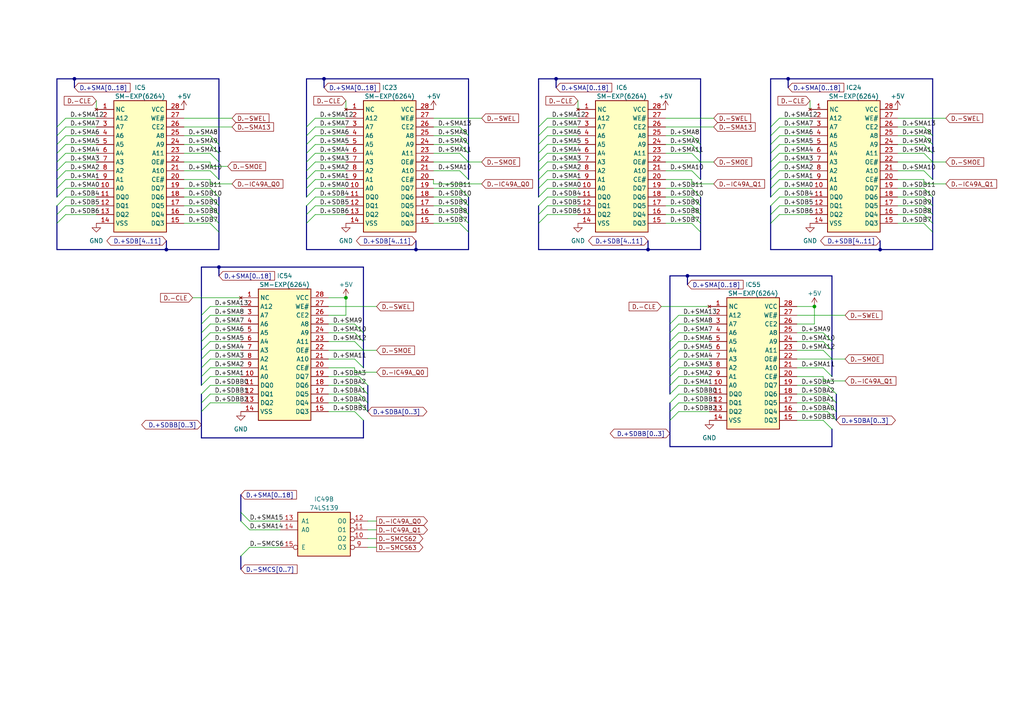
<source format=kicad_sch>
(kicad_sch (version 20230121) (generator eeschema)
  (paper "A4")
  (lib_symbols
    (symbol "74xx:74LS139" (pin_names (offset 1.016))
      (property "Reference" "U" (at -7.62 8.89 0))
      (property "Value" "74LS139" (at -7.62 -8.89 0))
      (symbol "74LS139_1_0"
        (pin input inverted (at -12.7 -5.08 0) (length 5.08) (name "E") (number "1"))
        (pin input line (at -12.7 0 0) (length 5.08) (name "A0") (number "2"))
        (pin input line (at -12.7 2.54 0) (length 5.08) (name "A1") (number "3"))
        (pin output inverted (at 12.7 2.54 180) (length 5.08) (name "O0") (number "4"))
        (pin output inverted (at 12.7 0 180) (length 5.08) (name "O1") (number "5"))
        (pin output inverted (at 12.7 -2.54 180) (length 5.08) (name "O2") (number "6"))
        (pin output inverted (at 12.7 -5.08 180) (length 5.08) (name "O3") (number "7"))
      )
      (symbol "74LS139_1_1"
        (rectangle (start -7.62 5.08) (end 7.62 -7.62) (stroke (width 0.254)) (fill (type background)))
      )
      (symbol "74LS139_2_0"
        (pin output inverted (at 12.7 -2.54 180) (length 5.08) (name "O2") (number "10"))
        (pin output inverted (at 12.7 0 180) (length 5.08) (name "O1") (number "11"))
        (pin output inverted (at 12.7 2.54 180) (length 5.08) (name "O0") (number "12"))
        (pin input line (at -12.7 2.54 0) (length 5.08) (name "A1") (number "13"))
        (pin input line (at -12.7 0 0) (length 5.08) (name "A0") (number "14"))
        (pin input inverted (at -12.7 -5.08 0) (length 5.08) (name "E") (number "15"))
        (pin output inverted (at 12.7 -5.08 180) (length 5.08) (name "O3") (number "9"))
      )
      (symbol "74LS139_2_1"
        (rectangle (start -7.62 5.08) (end 7.62 -7.62) (stroke (width 0.254)) (fill (type background)))
      )
      (symbol "74LS139_3_0"
        (pin power_in line (at 0 12.7 270) (length 5.08) (name "VCC") (number "16"))
        (pin power_in line (at 0 -12.7 90) (length 5.08) (name "GND") (number "8"))
      )
      (symbol "74LS139_3_1"
        (rectangle (start -5.08 7.62) (end 5.08 -7.62) (stroke (width 0.254)) (fill (type background)))
      )
    )
    (symbol "SamacSys_Parts:LY6264DL-70LLI"
      (property "Reference" "IC" (at 21.59 7.62 0))
      (property "Value" "LY6264DL-70LLI" (at 21.59 5.08 0))
      (symbol "LY6264DL-70LLI_1_1"
        (rectangle (start 5.08 2.54) (end 20.32 -35.56) (stroke (width 0.254)) (fill (type background)))
        (pin no_connect line (at 0 0 0) (length 5.08) (name "NC") (number "1"))
        (pin passive line (at 0 -22.86 0) (length 5.08) (name "A0") (number "10"))
        (pin passive line (at 0 -25.4 0) (length 5.08) (name "DQ0") (number "11"))
        (pin passive line (at 0 -27.94 0) (length 5.08) (name "DQ1") (number "12"))
        (pin passive line (at 0 -30.48 0) (length 5.08) (name "DQ2") (number "13"))
        (pin passive line (at 0 -33.02 0) (length 5.08) (name "VSS") (number "14"))
        (pin passive line (at 25.4 -33.02 180) (length 5.08) (name "DQ3") (number "15"))
        (pin passive line (at 25.4 -30.48 180) (length 5.08) (name "DQ4") (number "16"))
        (pin passive line (at 25.4 -27.94 180) (length 5.08) (name "DQ5") (number "17"))
        (pin passive line (at 25.4 -25.4 180) (length 5.08) (name "DQ6") (number "18"))
        (pin passive line (at 25.4 -22.86 180) (length 5.08) (name "DQ7") (number "19"))
        (pin passive line (at 0 -2.54 0) (length 5.08) (name "A12") (number "2"))
        (pin passive line (at 25.4 -20.32 180) (length 5.08) (name "CE#") (number "20"))
        (pin passive line (at 25.4 -17.78 180) (length 5.08) (name "A10") (number "21"))
        (pin passive line (at 25.4 -15.24 180) (length 5.08) (name "OE#") (number "22"))
        (pin passive line (at 25.4 -12.7 180) (length 5.08) (name "A11") (number "23"))
        (pin passive line (at 25.4 -10.16 180) (length 5.08) (name "A9") (number "24"))
        (pin passive line (at 25.4 -7.62 180) (length 5.08) (name "A8") (number "25"))
        (pin passive line (at 25.4 -5.08 180) (length 5.08) (name "CE2") (number "26"))
        (pin passive line (at 25.4 -2.54 180) (length 5.08) (name "WE#") (number "27"))
        (pin passive line (at 25.4 0 180) (length 5.08) (name "VCC") (number "28"))
        (pin passive line (at 0 -5.08 0) (length 5.08) (name "A7") (number "3"))
        (pin passive line (at 0 -7.62 0) (length 5.08) (name "A6") (number "4"))
        (pin passive line (at 0 -10.16 0) (length 5.08) (name "A5") (number "5"))
        (pin passive line (at 0 -12.7 0) (length 5.08) (name "A4") (number "6"))
        (pin passive line (at 0 -15.24 0) (length 5.08) (name "A3") (number "7"))
        (pin passive line (at 0 -17.78 0) (length 5.08) (name "A2") (number "8"))
        (pin passive line (at 0 -20.32 0) (length 5.08) (name "A1") (number "9"))
      )
    )
    (symbol "power:+5V" (power) (pin_names (offset 0))
      (property "Value" "+5V" (at 0 3.556 0))
      (symbol "+5V_0_1"
        (polyline (pts (xy -0.762 1.27) (xy 0 2.54)))
        (polyline (pts (xy 0 0) (xy 0 2.54)))
        (polyline (pts (xy 0 2.54) (xy 0.762 1.27)))
      )
      (symbol "+5V_1_1"
        (pin power_in line (at 0 0 90) (length 0) hide (name "+5V") (number "1"))
      )
    )
    (symbol "power:GND" (power) (pin_names (offset 0))
      (property "Value" "GND" (at 0 -3.81 0))
      (symbol "GND_0_1"
        (polyline (pts (xy 0 0) (xy 0 -1.27) (xy 1.27 -1.27) (xy 0 -2.54) (xy -1.27 -1.27) (xy 0 -1.27)))
      )
      (symbol "GND_1_1"
        (pin power_in line (at 0 0 270) (length 0) hide (name "GND") (number "1"))
      )
    )
  )
  (junction (at 199.39 80.01))
  (junction (at 63.5 77.47))
  (junction (at 187.96 72.39))
  (junction (at 48.26 72.39))
  (junction (at 236.22 88.9))
  (junction (at 120.65 72.39))
  (junction (at 255.27 72.39))
  (junction (at 228.6 22.86))
  (junction (at 21.59 22.86))
  (junction (at 161.29 22.86))
  (junction (at 93.98 22.86))
  (junction (at 100.33 86.36))
  (bus_entry (at 69.85 151.13) (size 2.54 2.54))
  (bus_entry (at 91.44 44.45) (size -2.54 2.54))
  (bus_entry (at 158.75 57.15) (size -2.54 2.54))
  (bus_entry (at 240.03 114.3) (size 2.54 2.54))
  (bus_entry (at 226.06 52.07) (size -2.54 2.54))
  (bus_entry (at 158.75 39.37) (size -2.54 2.54))
  (bus_entry (at 158.75 34.29) (size -2.54 2.54))
  (bus_entry (at 91.44 62.23) (size -2.54 2.54))
  (bus_entry (at 226.06 59.69) (size -2.54 2.54))
  (bus_entry (at 60.96 41.91) (size 2.54 2.54))
  (bus_entry (at 133.35 41.91) (size 2.54 2.54))
  (bus_entry (at 196.85 91.44) (size -2.54 2.54))
  (bus_entry (at 158.75 52.07) (size -2.54 2.54))
  (bus_entry (at 267.97 59.69) (size 2.54 2.54))
  (bus_entry (at 19.05 52.07) (size -2.54 2.54))
  (bus_entry (at 60.96 111.76) (size -2.54 2.54))
  (bus_entry (at 196.85 96.52) (size -2.54 2.54))
  (bus_entry (at 102.87 119.38) (size 2.54 2.54))
  (bus_entry (at 133.35 57.15) (size 2.54 2.54))
  (bus_entry (at 196.85 99.06) (size -2.54 2.54))
  (bus_entry (at 69.85 148.59) (size 2.54 2.54))
  (bus_entry (at 91.44 34.29) (size -2.54 2.54))
  (bus_entry (at 158.75 44.45) (size -2.54 2.54))
  (bus_entry (at 91.44 36.83) (size -2.54 2.54))
  (bus_entry (at 60.96 96.52) (size -2.54 2.54))
  (bus_entry (at 200.66 59.69) (size 2.54 2.54))
  (bus_entry (at 226.06 46.99) (size -2.54 2.54))
  (bus_entry (at 267.97 62.23) (size 2.54 2.54))
  (bus_entry (at 226.06 39.37) (size -2.54 2.54))
  (bus_entry (at 19.05 34.29) (size -2.54 2.54))
  (bus_entry (at 158.75 54.61) (size -2.54 2.54))
  (bus_entry (at 19.05 54.61) (size -2.54 2.54))
  (bus_entry (at 158.75 59.69) (size -2.54 2.54))
  (bus_entry (at 91.44 39.37) (size -2.54 2.54))
  (bus_entry (at 200.66 41.91) (size 2.54 2.54))
  (bus_entry (at 133.35 39.37) (size 2.54 2.54))
  (bus_entry (at 196.85 119.38) (size -2.54 2.54))
  (bus_entry (at 226.06 41.91) (size -2.54 2.54))
  (bus_entry (at 91.44 46.99) (size -2.54 2.54))
  (bus_entry (at 104.14 109.22) (size 2.54 2.54))
  (bus_entry (at 226.06 36.83) (size -2.54 2.54))
  (bus_entry (at 19.05 46.99) (size -2.54 2.54))
  (bus_entry (at 226.06 34.29) (size -2.54 2.54))
  (bus_entry (at 102.87 104.14) (size 2.54 2.54))
  (bus_entry (at 267.97 57.15) (size 2.54 2.54))
  (bus_entry (at 60.96 99.06) (size -2.54 2.54))
  (bus_entry (at 267.97 44.45) (size 2.54 2.54))
  (bus_entry (at 267.97 41.91) (size 2.54 2.54))
  (bus_entry (at 158.75 46.99) (size -2.54 2.54))
  (bus_entry (at 238.76 101.6) (size 2.54 2.54))
  (bus_entry (at 60.96 109.22) (size -2.54 2.54))
  (bus_entry (at 267.97 36.83) (size 2.54 2.54))
  (bus_entry (at 19.05 39.37) (size -2.54 2.54))
  (bus_entry (at 158.75 36.83) (size -2.54 2.54))
  (bus_entry (at 226.06 57.15) (size -2.54 2.54))
  (bus_entry (at 200.66 57.15) (size 2.54 2.54))
  (bus_entry (at 200.66 62.23) (size 2.54 2.54))
  (bus_entry (at 238.76 121.92) (size 2.54 2.54))
  (bus_entry (at 240.03 119.38) (size 2.54 2.54))
  (bus_entry (at 133.35 59.69) (size 2.54 2.54))
  (bus_entry (at 19.05 44.45) (size -2.54 2.54))
  (bus_entry (at 91.44 41.91) (size -2.54 2.54))
  (bus_entry (at 196.85 114.3) (size -2.54 2.54))
  (bus_entry (at 200.66 44.45) (size 2.54 2.54))
  (bus_entry (at 19.05 36.83) (size -2.54 2.54))
  (bus_entry (at 60.96 57.15) (size 2.54 2.54))
  (bus_entry (at 226.06 54.61) (size -2.54 2.54))
  (bus_entry (at 60.96 93.98) (size -2.54 2.54))
  (bus_entry (at 102.87 99.06) (size 2.54 2.54))
  (bus_entry (at 200.66 49.53) (size 2.54 2.54))
  (bus_entry (at 60.96 54.61) (size 2.54 2.54))
  (bus_entry (at 196.85 106.68) (size -2.54 2.54))
  (bus_entry (at 60.96 39.37) (size 2.54 2.54))
  (bus_entry (at 104.14 111.76) (size 2.54 2.54))
  (bus_entry (at 267.97 64.77) (size 2.54 2.54))
  (bus_entry (at 133.35 49.53) (size 2.54 2.54))
  (bus_entry (at 158.75 62.23) (size -2.54 2.54))
  (bus_entry (at 226.06 62.23) (size -2.54 2.54))
  (bus_entry (at 19.05 62.23) (size -2.54 2.54))
  (bus_entry (at 240.03 116.84) (size 2.54 2.54))
  (bus_entry (at 91.44 49.53) (size -2.54 2.54))
  (bus_entry (at 133.35 36.83) (size 2.54 2.54))
  (bus_entry (at 60.96 64.77) (size 2.54 2.54))
  (bus_entry (at 19.05 41.91) (size -2.54 2.54))
  (bus_entry (at 19.05 49.53) (size -2.54 2.54))
  (bus_entry (at 133.35 54.61) (size 2.54 2.54))
  (bus_entry (at 60.96 101.6) (size -2.54 2.54))
  (bus_entry (at 133.35 64.77) (size 2.54 2.54))
  (bus_entry (at 158.75 49.53) (size -2.54 2.54))
  (bus_entry (at 91.44 52.07) (size -2.54 2.54))
  (bus_entry (at 60.96 49.53) (size 2.54 2.54))
  (bus_entry (at 267.97 39.37) (size 2.54 2.54))
  (bus_entry (at 104.14 116.84) (size 2.54 2.54))
  (bus_entry (at 102.87 96.52) (size 2.54 2.54))
  (bus_entry (at 196.85 111.76) (size -2.54 2.54))
  (bus_entry (at 60.96 44.45) (size 2.54 2.54))
  (bus_entry (at 60.96 91.44) (size -2.54 2.54))
  (bus_entry (at 60.96 62.23) (size 2.54 2.54))
  (bus_entry (at 91.44 59.69) (size -2.54 2.54))
  (bus_entry (at 196.85 116.84) (size -2.54 2.54))
  (bus_entry (at 267.97 54.61) (size 2.54 2.54))
  (bus_entry (at 60.96 116.84) (size -2.54 2.54))
  (bus_entry (at 19.05 57.15) (size -2.54 2.54))
  (bus_entry (at 238.76 96.52) (size 2.54 2.54))
  (bus_entry (at 19.05 59.69) (size -2.54 2.54))
  (bus_entry (at 200.66 64.77) (size 2.54 2.54))
  (bus_entry (at 91.44 54.61) (size -2.54 2.54))
  (bus_entry (at 196.85 104.14) (size -2.54 2.54))
  (bus_entry (at 196.85 109.22) (size -2.54 2.54))
  (bus_entry (at 69.85 161.29) (size 2.54 -2.54))
  (bus_entry (at 133.35 44.45) (size 2.54 2.54))
  (bus_entry (at 158.75 41.91) (size -2.54 2.54))
  (bus_entry (at 91.44 57.15) (size -2.54 2.54))
  (bus_entry (at 102.87 93.98) (size 2.54 2.54))
  (bus_entry (at 60.96 106.68) (size -2.54 2.54))
  (bus_entry (at 200.66 39.37) (size 2.54 2.54))
  (bus_entry (at 104.14 114.3) (size 2.54 2.54))
  (bus_entry (at 238.76 99.06) (size 2.54 2.54))
  (bus_entry (at 240.03 111.76) (size 2.54 2.54))
  (bus_entry (at 60.96 88.9) (size -2.54 2.54))
  (bus_entry (at 60.96 104.14) (size -2.54 2.54))
  (bus_entry (at 196.85 101.6) (size -2.54 2.54))
  (bus_entry (at 133.35 62.23) (size 2.54 2.54))
  (bus_entry (at 267.97 49.53) (size 2.54 2.54))
  (bus_entry (at 200.66 54.61) (size 2.54 2.54))
  (bus_entry (at 60.96 59.69) (size 2.54 2.54))
  (bus_entry (at 238.76 106.68) (size 2.54 2.54))
  (bus_entry (at 60.96 114.3) (size -2.54 2.54))
  (bus_entry (at 196.85 93.98) (size -2.54 2.54))
  (bus_entry (at 226.06 49.53) (size -2.54 2.54))
  (bus_entry (at 226.06 44.45) (size -2.54 2.54))
  (bus (pts (xy 199.39 80.01) (xy 199.39 82.55)))
  (wire (pts (xy 72.39 158.75) (xy 81.28 158.75)))
  (bus (pts (xy 58.42 104.14) (xy 58.42 106.68)))
  (bus (pts (xy 156.21 22.86) (xy 161.29 22.86)))
  (bus (pts (xy 58.42 116.84) (xy 58.42 114.3)))
  (bus (pts (xy 194.31 119.38) (xy 194.31 116.84)))
  (bus (pts (xy 242.57 114.3) (xy 242.57 116.84)))
  (wire (pts (xy 95.25 91.44) (xy 100.33 91.44)))
  (wire (pts (xy 196.85 96.52) (xy 205.74 96.52)))
  (bus (pts (xy 194.31 106.68) (xy 194.31 109.22)))
  (wire (pts (xy 60.96 101.6) (xy 69.85 101.6)))
  (wire (pts (xy 207.01 34.29) (xy 193.04 34.29)))
  (wire (pts (xy 196.85 114.3) (xy 205.74 114.3)))
  (bus (pts (xy 48.26 69.85) (xy 48.26 72.39)))
  (wire (pts (xy 19.05 57.15) (xy 27.94 57.15)))
  (bus (pts (xy 16.51 22.86) (xy 21.59 22.86)))
  (wire (pts (xy 196.85 93.98) (xy 205.74 93.98)))
  (wire (pts (xy 125.73 36.83) (xy 133.35 36.83)))
  (wire (pts (xy 196.85 119.38) (xy 205.74 119.38)))
  (wire (pts (xy 19.05 41.91) (xy 27.94 41.91)))
  (wire (pts (xy 260.35 39.37) (xy 267.97 39.37)))
  (bus (pts (xy 135.89 59.69) (xy 135.89 62.23)))
  (wire (pts (xy 193.04 62.23) (xy 200.66 62.23)))
  (wire (pts (xy 72.39 151.13) (xy 81.28 151.13)))
  (bus (pts (xy 255.27 69.85) (xy 255.27 72.39)))
  (wire (pts (xy 207.01 36.83) (xy 193.04 36.83)))
  (bus (pts (xy 58.42 101.6) (xy 58.42 104.14)))
  (bus (pts (xy 16.51 39.37) (xy 16.51 41.91)))
  (bus (pts (xy 63.5 41.91) (xy 63.5 22.86)))
  (bus (pts (xy 16.51 64.77) (xy 16.51 72.39)))
  (bus (pts (xy 135.89 46.99) (xy 135.89 52.07)))
  (bus (pts (xy 105.41 101.6) (xy 105.41 106.68)))
  (bus (pts (xy 135.89 64.77) (xy 135.89 67.31)))
  (bus (pts (xy 135.89 67.31) (xy 135.89 72.39)))
  (bus (pts (xy 156.21 59.69) (xy 156.21 62.23)))
  (wire (pts (xy 109.22 101.6) (xy 105.41 101.6)))
  (wire (pts (xy 125.73 54.61) (xy 133.35 54.61)))
  (bus (pts (xy 228.6 22.86) (xy 228.6 25.4)))
  (bus (pts (xy 105.41 99.06) (xy 105.41 101.6)))
  (wire (pts (xy 125.73 59.69) (xy 133.35 59.69)))
  (bus (pts (xy 16.51 22.86) (xy 16.51 36.83)))
  (wire (pts (xy 53.34 62.23) (xy 60.96 62.23)))
  (bus (pts (xy 63.5 77.47) (xy 105.41 77.47)))
  (wire (pts (xy 238.76 109.22) (xy 231.14 109.22)))
  (wire (pts (xy 60.96 48.26) (xy 66.04 48.26)))
  (wire (pts (xy 231.14 121.92) (xy 238.76 121.92)))
  (wire (pts (xy 226.06 49.53) (xy 234.95 49.53)))
  (bus (pts (xy 203.2 72.39) (xy 187.96 72.39)))
  (wire (pts (xy 125.73 49.53) (xy 133.35 49.53)))
  (wire (pts (xy 67.31 34.29) (xy 53.34 34.29)))
  (wire (pts (xy 91.44 57.15) (xy 100.33 57.15)))
  (wire (pts (xy 226.06 57.15) (xy 234.95 57.15)))
  (bus (pts (xy 105.41 121.92) (xy 105.41 127)))
  (wire (pts (xy 193.04 49.53) (xy 200.66 49.53)))
  (wire (pts (xy 95.25 99.06) (xy 102.87 99.06)))
  (wire (pts (xy 245.11 104.14) (xy 241.3 104.14)))
  (bus (pts (xy 93.98 22.86) (xy 135.89 22.86)))
  (bus (pts (xy 105.41 96.52) (xy 105.41 77.47)))
  (wire (pts (xy 72.39 153.67) (xy 81.28 153.67)))
  (wire (pts (xy 139.7 53.34) (xy 125.73 53.34)))
  (bus (pts (xy 223.52 54.61) (xy 223.52 57.15)))
  (wire (pts (xy 193.04 59.69) (xy 200.66 59.69)))
  (bus (pts (xy 88.9 22.86) (xy 93.98 22.86)))
  (wire (pts (xy 158.75 49.53) (xy 167.64 49.53)))
  (wire (pts (xy 125.73 62.23) (xy 133.35 62.23)))
  (bus (pts (xy 270.51 57.15) (xy 270.51 59.69)))
  (wire (pts (xy 95.25 93.98) (xy 102.87 93.98)))
  (wire (pts (xy 100.33 29.21) (xy 100.33 31.75)))
  (wire (pts (xy 203.2 46.99) (xy 193.04 46.99)))
  (bus (pts (xy 63.5 59.69) (xy 63.5 62.23)))
  (wire (pts (xy 60.96 46.99) (xy 60.96 48.26)))
  (wire (pts (xy 60.96 52.07) (xy 53.34 52.07)))
  (wire (pts (xy 234.95 29.21) (xy 234.95 31.75)))
  (wire (pts (xy 191.77 88.9) (xy 205.74 88.9)))
  (wire (pts (xy 91.44 62.23) (xy 100.33 62.23)))
  (wire (pts (xy 231.14 99.06) (xy 238.76 99.06)))
  (wire (pts (xy 53.34 54.61) (xy 60.96 54.61)))
  (wire (pts (xy 260.35 49.53) (xy 267.97 49.53)))
  (wire (pts (xy 260.35 54.61) (xy 267.97 54.61)))
  (wire (pts (xy 200.66 53.34) (xy 200.66 52.07)))
  (bus (pts (xy 156.21 49.53) (xy 156.21 52.07)))
  (bus (pts (xy 120.65 69.85) (xy 120.65 72.39)))
  (bus (pts (xy 223.52 39.37) (xy 223.52 41.91)))
  (bus (pts (xy 16.51 49.53) (xy 16.51 52.07)))
  (wire (pts (xy 19.05 54.61) (xy 27.94 54.61)))
  (bus (pts (xy 135.89 44.45) (xy 135.89 46.99)))
  (wire (pts (xy 158.75 57.15) (xy 167.64 57.15)))
  (wire (pts (xy 193.04 54.61) (xy 200.66 54.61)))
  (bus (pts (xy 63.5 57.15) (xy 63.5 59.69)))
  (wire (pts (xy 53.34 44.45) (xy 60.96 44.45)))
  (wire (pts (xy 60.96 99.06) (xy 69.85 99.06)))
  (bus (pts (xy 187.96 72.39) (xy 156.21 72.39)))
  (bus (pts (xy 241.3 104.14) (xy 241.3 109.22)))
  (wire (pts (xy 19.05 59.69) (xy 27.94 59.69)))
  (bus (pts (xy 223.52 44.45) (xy 223.52 46.99)))
  (bus (pts (xy 58.42 106.68) (xy 58.42 109.22)))
  (bus (pts (xy 88.9 54.61) (xy 88.9 57.15)))
  (bus (pts (xy 88.9 39.37) (xy 88.9 41.91)))
  (wire (pts (xy 91.44 46.99) (xy 100.33 46.99)))
  (wire (pts (xy 60.96 111.76) (xy 69.85 111.76)))
  (bus (pts (xy 58.42 109.22) (xy 58.42 111.76)))
  (bus (pts (xy 88.9 59.69) (xy 88.9 62.23)))
  (wire (pts (xy 274.32 46.99) (xy 270.51 46.99)))
  (bus (pts (xy 58.42 77.47) (xy 63.5 77.47)))
  (wire (pts (xy 67.31 36.83) (xy 53.34 36.83)))
  (wire (pts (xy 125.73 41.91) (xy 133.35 41.91)))
  (wire (pts (xy 200.66 52.07) (xy 193.04 52.07)))
  (wire (pts (xy 231.14 96.52) (xy 238.76 96.52)))
  (wire (pts (xy 158.75 62.23) (xy 167.64 62.23)))
  (bus (pts (xy 69.85 148.59) (xy 69.85 151.13)))
  (bus (pts (xy 161.29 22.86) (xy 161.29 25.4)))
  (bus (pts (xy 156.21 64.77) (xy 156.21 72.39)))
  (wire (pts (xy 53.34 39.37) (xy 60.96 39.37)))
  (wire (pts (xy 53.34 49.53) (xy 60.96 49.53)))
  (wire (pts (xy 60.96 46.99) (xy 53.34 46.99)))
  (wire (pts (xy 158.75 52.07) (xy 167.64 52.07)))
  (bus (pts (xy 223.52 52.07) (xy 223.52 54.61)))
  (wire (pts (xy 158.75 46.99) (xy 167.64 46.99)))
  (bus (pts (xy 203.2 57.15) (xy 203.2 59.69)))
  (bus (pts (xy 58.42 99.06) (xy 58.42 101.6)))
  (wire (pts (xy 207.01 46.99) (xy 203.2 46.99)))
  (wire (pts (xy 91.44 59.69) (xy 100.33 59.69)))
  (bus (pts (xy 63.5 64.77) (xy 63.5 67.31)))
  (bus (pts (xy 16.51 62.23) (xy 16.51 64.77)))
  (bus (pts (xy 88.9 46.99) (xy 88.9 49.53)))
  (wire (pts (xy 245.11 91.44) (xy 231.14 91.44)))
  (wire (pts (xy 91.44 34.29) (xy 100.33 34.29)))
  (wire (pts (xy 196.85 104.14) (xy 205.74 104.14)))
  (bus (pts (xy 156.21 36.83) (xy 156.21 39.37)))
  (bus (pts (xy 203.2 64.77) (xy 203.2 67.31)))
  (bus (pts (xy 270.51 39.37) (xy 270.51 22.86)))
  (bus (pts (xy 194.31 121.92) (xy 194.31 119.38)))
  (wire (pts (xy 226.06 44.45) (xy 234.95 44.45)))
  (wire (pts (xy 135.89 46.99) (xy 125.73 46.99)))
  (bus (pts (xy 223.52 62.23) (xy 223.52 64.77)))
  (wire (pts (xy 19.05 46.99) (xy 27.94 46.99)))
  (bus (pts (xy 187.96 69.85) (xy 187.96 72.39)))
  (bus (pts (xy 194.31 111.76) (xy 194.31 114.3)))
  (wire (pts (xy 100.33 91.44) (xy 100.33 86.36)))
  (wire (pts (xy 91.44 36.83) (xy 100.33 36.83)))
  (bus (pts (xy 223.52 64.77) (xy 223.52 72.39)))
  (wire (pts (xy 196.85 111.76) (xy 205.74 111.76)))
  (wire (pts (xy 91.44 49.53) (xy 100.33 49.53)))
  (bus (pts (xy 223.52 41.91) (xy 223.52 44.45)))
  (wire (pts (xy 241.3 104.14) (xy 231.14 104.14)))
  (bus (pts (xy 105.41 96.52) (xy 105.41 99.06)))
  (wire (pts (xy 95.25 96.52) (xy 102.87 96.52)))
  (bus (pts (xy 203.2 44.45) (xy 203.2 46.99)))
  (bus (pts (xy 58.42 91.44) (xy 58.42 93.98)))
  (bus (pts (xy 194.31 99.06) (xy 194.31 101.6)))
  (wire (pts (xy 60.96 109.22) (xy 69.85 109.22)))
  (wire (pts (xy 53.34 59.69) (xy 60.96 59.69)))
  (bus (pts (xy 16.51 46.99) (xy 16.51 49.53)))
  (wire (pts (xy 158.75 39.37) (xy 167.64 39.37)))
  (bus (pts (xy 106.68 116.84) (xy 106.68 119.38)))
  (bus (pts (xy 270.51 72.39) (xy 255.27 72.39)))
  (bus (pts (xy 88.9 22.86) (xy 88.9 36.83)))
  (wire (pts (xy 53.34 64.77) (xy 60.96 64.77)))
  (bus (pts (xy 120.65 72.39) (xy 88.9 72.39)))
  (bus (pts (xy 223.52 22.86) (xy 228.6 22.86)))
  (wire (pts (xy 231.14 93.98) (xy 236.22 93.98)))
  (wire (pts (xy 158.75 44.45) (xy 167.64 44.45)))
  (bus (pts (xy 270.51 46.99) (xy 270.51 52.07)))
  (wire (pts (xy 95.25 109.22) (xy 104.14 109.22)))
  (bus (pts (xy 270.51 62.23) (xy 270.51 64.77)))
  (bus (pts (xy 16.51 44.45) (xy 16.51 46.99)))
  (bus (pts (xy 88.9 36.83) (xy 88.9 39.37)))
  (wire (pts (xy 158.75 34.29) (xy 167.64 34.29)))
  (wire (pts (xy 95.25 114.3) (xy 104.14 114.3)))
  (bus (pts (xy 88.9 64.77) (xy 88.9 72.39)))
  (wire (pts (xy 60.96 91.44) (xy 69.85 91.44)))
  (bus (pts (xy 135.89 72.39) (xy 120.65 72.39)))
  (wire (pts (xy 106.68 151.13) (xy 109.22 151.13)))
  (bus (pts (xy 270.51 67.31) (xy 270.51 72.39)))
  (wire (pts (xy 102.87 107.95) (xy 102.87 106.68)))
  (bus (pts (xy 58.42 127) (xy 58.42 119.38)))
  (wire (pts (xy 238.76 110.49) (xy 238.76 109.22)))
  (wire (pts (xy 60.96 93.98) (xy 69.85 93.98)))
  (wire (pts (xy 19.05 36.83) (xy 27.94 36.83)))
  (wire (pts (xy 109.22 158.75) (xy 106.68 158.75)))
  (bus (pts (xy 16.51 36.83) (xy 16.51 39.37)))
  (bus (pts (xy 255.27 72.39) (xy 223.52 72.39)))
  (wire (pts (xy 125.73 53.34) (xy 125.73 52.07)))
  (bus (pts (xy 203.2 62.23) (xy 203.2 64.77)))
  (bus (pts (xy 223.52 36.83) (xy 223.52 39.37)))
  (wire (pts (xy 196.85 116.84) (xy 205.74 116.84)))
  (wire (pts (xy 260.35 36.83) (xy 267.97 36.83)))
  (wire (pts (xy 260.35 44.45) (xy 267.97 44.45)))
  (wire (pts (xy 158.75 41.91) (xy 167.64 41.91)))
  (wire (pts (xy 226.06 59.69) (xy 234.95 59.69)))
  (bus (pts (xy 63.5 44.45) (xy 63.5 46.99)))
  (bus (pts (xy 194.31 93.98) (xy 194.31 96.52)))
  (wire (pts (xy 226.06 36.83) (xy 234.95 36.83)))
  (wire (pts (xy 60.96 106.68) (xy 69.85 106.68)))
  (bus (pts (xy 105.41 127) (xy 58.42 127)))
  (bus (pts (xy 194.31 80.01) (xy 194.31 93.98)))
  (wire (pts (xy 19.05 39.37) (xy 27.94 39.37)))
  (wire (pts (xy 95.25 111.76) (xy 104.14 111.76)))
  (bus (pts (xy 199.39 80.01) (xy 241.3 80.01)))
  (wire (pts (xy 196.85 99.06) (xy 205.74 99.06)))
  (wire (pts (xy 109.22 156.21) (xy 106.68 156.21)))
  (bus (pts (xy 135.89 41.91) (xy 135.89 44.45)))
  (bus (pts (xy 156.21 54.61) (xy 156.21 57.15)))
  (wire (pts (xy 91.44 44.45) (xy 100.33 44.45)))
  (bus (pts (xy 270.51 44.45) (xy 270.51 46.99)))
  (bus (pts (xy 69.85 161.29) (xy 69.85 165.1)))
  (bus (pts (xy 21.59 22.86) (xy 63.5 22.86)))
  (bus (pts (xy 21.59 22.86) (xy 21.59 25.4)))
  (bus (pts (xy 135.89 39.37) (xy 135.89 22.86)))
  (bus (pts (xy 194.31 104.14) (xy 194.31 106.68)))
  (bus (pts (xy 156.21 62.23) (xy 156.21 64.77)))
  (wire (pts (xy 226.06 41.91) (xy 234.95 41.91)))
  (bus (pts (xy 93.98 22.86) (xy 93.98 25.4)))
  (bus (pts (xy 88.9 49.53) (xy 88.9 52.07)))
  (bus (pts (xy 242.57 119.38) (xy 242.57 121.92)))
  (wire (pts (xy 231.14 106.68) (xy 238.76 106.68)))
  (bus (pts (xy 223.52 49.53) (xy 223.52 52.07)))
  (wire (pts (xy 260.35 57.15) (xy 267.97 57.15)))
  (bus (pts (xy 194.31 96.52) (xy 194.31 99.06)))
  (bus (pts (xy 156.21 44.45) (xy 156.21 46.99)))
  (wire (pts (xy 105.41 101.6) (xy 95.25 101.6)))
  (bus (pts (xy 58.42 96.52) (xy 58.42 99.06)))
  (wire (pts (xy 236.22 88.9) (xy 231.14 88.9)))
  (bus (pts (xy 223.52 22.86) (xy 223.52 36.83)))
  (bus (pts (xy 48.26 72.39) (xy 16.51 72.39)))
  (wire (pts (xy 106.68 153.67) (xy 109.22 153.67)))
  (wire (pts (xy 91.44 39.37) (xy 100.33 39.37)))
  (wire (pts (xy 260.35 59.69) (xy 267.97 59.69)))
  (wire (pts (xy 193.04 39.37) (xy 200.66 39.37)))
  (wire (pts (xy 274.32 34.29) (xy 260.35 34.29)))
  (bus (pts (xy 203.2 67.31) (xy 203.2 72.39)))
  (wire (pts (xy 193.04 44.45) (xy 200.66 44.45)))
  (bus (pts (xy 156.21 39.37) (xy 156.21 41.91)))
  (wire (pts (xy 109.22 107.95) (xy 102.87 107.95)))
  (bus (pts (xy 69.85 143.51) (xy 69.85 148.59)))
  (bus (pts (xy 203.2 41.91) (xy 203.2 22.86)))
  (bus (pts (xy 63.5 46.99) (xy 63.5 52.07)))
  (bus (pts (xy 194.31 101.6) (xy 194.31 104.14)))
  (bus (pts (xy 63.5 67.31) (xy 63.5 72.39)))
  (bus (pts (xy 106.68 114.3) (xy 106.68 116.84)))
  (wire (pts (xy 193.04 41.91) (xy 200.66 41.91)))
  (wire (pts (xy 125.73 64.77) (xy 133.35 64.77)))
  (wire (pts (xy 260.35 64.77) (xy 267.97 64.77)))
  (bus (pts (xy 88.9 41.91) (xy 88.9 44.45)))
  (wire (pts (xy 158.75 36.83) (xy 167.64 36.83)))
  (bus (pts (xy 135.89 62.23) (xy 135.89 64.77)))
  (bus (pts (xy 228.6 22.86) (xy 270.51 22.86)))
  (wire (pts (xy 231.14 101.6) (xy 238.76 101.6)))
  (bus (pts (xy 16.51 59.69) (xy 16.51 62.23)))
  (wire (pts (xy 60.96 53.34) (xy 60.96 52.07)))
  (bus (pts (xy 88.9 62.23) (xy 88.9 64.77)))
  (bus (pts (xy 63.5 62.23) (xy 63.5 64.77)))
  (bus (pts (xy 194.31 109.22) (xy 194.31 111.76)))
  (bus (pts (xy 16.51 52.07) (xy 16.51 54.61)))
  (wire (pts (xy 207.01 53.34) (xy 200.66 53.34)))
  (bus (pts (xy 242.57 116.84) (xy 242.57 119.38)))
  (wire (pts (xy 226.06 46.99) (xy 234.95 46.99)))
  (bus (pts (xy 194.31 80.01) (xy 199.39 80.01)))
  (bus (pts (xy 241.3 99.06) (xy 241.3 80.01)))
  (wire (pts (xy 60.96 96.52) (xy 69.85 96.52)))
  (bus (pts (xy 58.42 77.47) (xy 58.42 91.44)))
  (wire (pts (xy 125.73 44.45) (xy 133.35 44.45)))
  (wire (pts (xy 67.31 53.34) (xy 60.96 53.34)))
  (bus (pts (xy 88.9 44.45) (xy 88.9 46.99)))
  (wire (pts (xy 193.04 64.77) (xy 200.66 64.77)))
  (bus (pts (xy 241.3 99.06) (xy 241.3 101.6)))
  (wire (pts (xy 226.06 54.61) (xy 234.95 54.61)))
  (wire (pts (xy 91.44 54.61) (xy 100.33 54.61)))
  (bus (pts (xy 16.51 54.61) (xy 16.51 57.15)))
  (bus (pts (xy 270.51 59.69) (xy 270.51 62.23)))
  (bus (pts (xy 203.2 41.91) (xy 203.2 44.45)))
  (wire (pts (xy 226.06 52.07) (xy 234.95 52.07)))
  (bus (pts (xy 58.42 119.38) (xy 58.42 116.84)))
  (wire (pts (xy 95.25 116.84) (xy 104.14 116.84)))
  (wire (pts (xy 53.34 57.15) (xy 60.96 57.15)))
  (bus (pts (xy 156.21 22.86) (xy 156.21 36.83)))
  (wire (pts (xy 139.7 34.29) (xy 125.73 34.29)))
  (bus (pts (xy 241.3 124.46) (xy 241.3 129.54)))
  (wire (pts (xy 95.25 119.38) (xy 102.87 119.38)))
  (wire (pts (xy 19.05 44.45) (xy 27.94 44.45)))
  (bus (pts (xy 106.68 111.76) (xy 106.68 114.3)))
  (wire (pts (xy 231.14 119.38) (xy 240.03 119.38)))
  (wire (pts (xy 196.85 106.68) (xy 205.74 106.68)))
  (bus (pts (xy 203.2 46.99) (xy 203.2 52.07)))
  (bus (pts (xy 270.51 41.91) (xy 270.51 39.37)))
  (wire (pts (xy 196.85 101.6) (xy 205.74 101.6)))
  (wire (pts (xy 231.14 114.3) (xy 240.03 114.3)))
  (bus (pts (xy 63.5 77.47) (xy 63.5 80.01)))
  (bus (pts (xy 63.5 41.91) (xy 63.5 44.45)))
  (wire (pts (xy 158.75 54.61) (xy 167.64 54.61)))
  (wire (pts (xy 19.05 34.29) (xy 27.94 34.29)))
  (wire (pts (xy 27.94 29.21) (xy 27.94 31.75)))
  (bus (pts (xy 135.89 57.15) (xy 135.89 59.69)))
  (bus (pts (xy 63.5 72.39) (xy 48.26 72.39)))
  (wire (pts (xy 55.88 86.36) (xy 69.85 86.36)))
  (wire (pts (xy 193.04 57.15) (xy 200.66 57.15)))
  (wire (pts (xy 60.96 114.3) (xy 69.85 114.3)))
  (wire (pts (xy 91.44 41.91) (xy 100.33 41.91)))
  (wire (pts (xy 274.32 53.34) (xy 267.97 53.34)))
  (bus (pts (xy 194.31 129.54) (xy 194.31 121.92)))
  (wire (pts (xy 125.73 39.37) (xy 133.35 39.37)))
  (bus (pts (xy 223.52 46.99) (xy 223.52 49.53)))
  (wire (pts (xy 95.25 104.14) (xy 102.87 104.14)))
  (wire (pts (xy 125.73 57.15) (xy 133.35 57.15)))
  (bus (pts (xy 58.42 93.98) (xy 58.42 96.52)))
  (wire (pts (xy 60.96 88.9) (xy 69.85 88.9)))
  (wire (pts (xy 60.96 104.14) (xy 69.85 104.14)))
  (wire (pts (xy 100.33 86.36) (xy 95.25 86.36)))
  (wire (pts (xy 167.64 29.21) (xy 167.64 31.75)))
  (wire (pts (xy 91.44 52.07) (xy 100.33 52.07)))
  (wire (pts (xy 226.06 62.23) (xy 234.95 62.23)))
  (wire (pts (xy 267.97 52.07) (xy 260.35 52.07)))
  (wire (pts (xy 19.05 52.07) (xy 27.94 52.07)))
  (bus (pts (xy 156.21 52.07) (xy 156.21 54.61)))
  (wire (pts (xy 260.35 41.91) (xy 267.97 41.91)))
  (bus (pts (xy 156.21 46.99) (xy 156.21 49.53)))
  (wire (pts (xy 139.7 46.99) (xy 135.89 46.99)))
  (wire (pts (xy 196.85 91.44) (xy 205.74 91.44)))
  (wire (pts (xy 231.14 111.76) (xy 240.03 111.76)))
  (wire (pts (xy 260.35 62.23) (xy 267.97 62.23)))
  (bus (pts (xy 16.51 41.91) (xy 16.51 44.45)))
  (wire (pts (xy 19.05 49.53) (xy 27.94 49.53)))
  (bus (pts (xy 156.21 41.91) (xy 156.21 44.45)))
  (wire (pts (xy 102.87 106.68) (xy 95.25 106.68)))
  (wire (pts (xy 231.14 116.84) (xy 240.03 116.84)))
  (wire (pts (xy 19.05 62.23) (xy 27.94 62.23)))
  (wire (pts (xy 196.85 109.22) (xy 205.74 109.22)))
  (bus (pts (xy 161.29 22.86) (xy 203.2 22.86)))
  (wire (pts (xy 60.96 116.84) (xy 69.85 116.84)))
  (wire (pts (xy 53.34 41.91) (xy 60.96 41.91)))
  (wire (pts (xy 245.11 110.49) (xy 238.76 110.49)))
  (bus (pts (xy 270.51 41.91) (xy 270.51 44.45)))
  (wire (pts (xy 270.51 46.99) (xy 260.35 46.99)))
  (wire (pts (xy 267.97 53.34) (xy 267.97 52.07)))
  (bus (pts (xy 241.3 129.54) (xy 194.31 129.54)))
  (bus (pts (xy 135.89 41.91) (xy 135.89 39.37)))
  (bus (pts (xy 223.52 59.69) (xy 223.52 62.23)))
  (bus (pts (xy 203.2 59.69) (xy 203.2 62.23)))
  (wire (pts (xy 158.75 59.69) (xy 167.64 59.69)))
  (wire (pts (xy 226.06 39.37) (xy 234.95 39.37)))
  (wire (pts (xy 109.22 88.9) (xy 95.25 88.9)))
  (bus (pts (xy 270.51 64.77) (xy 270.51 67.31)))
  (bus (pts (xy 241.3 101.6) (xy 241.3 104.14)))
  (bus (pts (xy 88.9 52.07) (xy 88.9 54.61)))
  (wire (pts (xy 226.06 34.29) (xy 234.95 34.29)))
  (wire (pts (xy 236.22 93.98) (xy 236.22 88.9)))
  (label "D.+SMA12" (at 232.41 101.6 0))
  (label "D.+SMA1" (at 62.23 109.22 0))
  (label "D.+SDBB1" (at 198.12 116.84 0))
  (label "D.+SMA9" (at 54.61 41.91 0))
  (label "D.+SDBA2" (at 96.52 111.76 0))
  (label "D.+SMA12" (at 96.52 99.06 0))
  (label "D.+SDBA3" (at 96.52 109.22 0))
  (label "D.+SMA1" (at 20.32 52.07 0))
  (label "D.+SDB11" (at 54.61 54.61 0))
  (label "D.+SMA2" (at 198.12 109.22 0))
  (label "D.+SDB10" (at 54.61 57.15 0))
  (label "D.+SDBB3" (at 232.41 121.92 0))
  (label "D.+SDBA2" (at 232.41 114.3 0))
  (label "D.+SMA13" (at 198.12 91.44 0))
  (label "D.+SMA12" (at 92.71 34.29 0))
  (label "D.+SMA10" (at 96.52 96.52 0))
  (label "D.+SDB5" (at 227.33 59.69 0))
  (label "D.+SMA13" (at 261.62 36.83 0))
  (label "D.+SMA8" (at 261.62 39.37 0))
  (label "D.+SMA2" (at 227.33 49.53 0))
  (label "D.+SDBA0" (at 232.41 119.38 0))
  (label "D.+SMA10" (at 54.61 49.53 0))
  (label "D.+SMA9" (at 194.31 41.91 0))
  (label "D.+SMA4" (at 62.23 101.6 0))
  (label "D.+SMA8" (at 127 39.37 0))
  (label "D.+SMA2" (at 92.71 49.53 0))
  (label "D.+SMA1" (at 227.33 52.07 0))
  (label "D.+SMA10" (at 232.41 99.06 0))
  (label "D.+SMA0" (at 160.02 54.61 0))
  (label "D.+SMA2" (at 160.02 49.53 0))
  (label "D.+SMA13" (at 127 36.83 0))
  (label "D.+SMA4" (at 20.32 44.45 0))
  (label "D.+SDB9" (at 261.62 59.69 0))
  (label "D.+SMA5" (at 198.12 101.6 0))
  (label "D.+SDB5" (at 20.32 59.69 0))
  (label "D.+SMA9" (at 127 41.91 0))
  (label "D.+SMA8" (at 62.23 91.44 0))
  (label "D.+SMA10" (at 127 49.53 0))
  (label "D.+SDB7" (at 54.61 64.77 0))
  (label "D.+SMA3" (at 62.23 104.14 0))
  (label "D.+SMA4" (at 92.71 44.45 0))
  (label "D.+SDB9" (at 127 59.69 0))
  (label "D.+SMA7" (at 160.02 36.83 0))
  (label "D.+SMA6" (at 62.23 96.52 0))
  (label "D.+SMA0" (at 92.71 54.61 0))
  (label "D.+SMA0" (at 227.33 54.61 0))
  (label "D.+SDB9" (at 194.31 59.69 0))
  (label "D.+SDB10" (at 127 57.15 0))
  (label "D.+SMA1" (at 160.02 52.07 0))
  (label "D.+SMA7" (at 62.23 93.98 0))
  (label "D.+SMA6" (at 92.71 39.37 0))
  (label "D.+SMA2" (at 62.23 106.68 0))
  (label "D.+SMA3" (at 198.12 106.68 0))
  (label "D.+SMA8" (at 198.12 93.98 0))
  (label "D.+SMA10" (at 194.31 49.53 0))
  (label "D.-SMCS6" (at 72.39 158.75 0))
  (label "D.+SDB7" (at 194.31 64.77 0))
  (label "D.+SMA7" (at 227.33 36.83 0))
  (label "D.+SMA12" (at 20.32 34.29 0))
  (label "D.+SDBB1" (at 62.23 114.3 0))
  (label "D.+SDBA1" (at 232.41 116.84 0))
  (label "D.+SDB5" (at 160.02 59.69 0))
  (label "D.+SMA0" (at 20.32 54.61 0))
  (label "D.+SDB4" (at 160.02 57.15 0))
  (label "D.+SMA6" (at 160.02 39.37 0))
  (label "D.+SDBA1" (at 96.52 114.3 0))
  (label "D.+SMA15" (at 72.39 151.13 0))
  (label "D.+SDBB3" (at 96.52 119.38 0))
  (label "D.+SDBA3" (at 232.41 111.76 0))
  (label "D.+SMA9" (at 96.52 93.98 0))
  (label "D.+SDB10" (at 194.31 57.15 0))
  (label "D.+SMA12" (at 160.02 34.29 0))
  (label "D.+SMA5" (at 62.23 99.06 0))
  (label "D.+SMA1" (at 198.12 111.76 0))
  (label "D.+SMA10" (at 261.62 49.53 0))
  (label "D.+SMA14" (at 72.39 153.67 0))
  (label "D.+SMA11" (at 54.61 44.45 0))
  (label "D.+SMA11" (at 127 44.45 0))
  (label "D.+SMA3" (at 92.71 46.99 0))
  (label "D.+SMA5" (at 20.32 41.91 0))
  (label "D.+SDB4" (at 227.33 57.15 0))
  (label "D.+SDBB2" (at 62.23 116.84 0))
  (label "D.+SMA6" (at 20.32 39.37 0))
  (label "D.+SMA13" (at 62.23 88.9 0))
  (label "D.+SMA6" (at 227.33 39.37 0))
  (label "D.+SDB10" (at 261.62 57.15 0))
  (label "D.+SDB11" (at 194.31 54.61 0))
  (label "D.+SDB11" (at 261.62 54.61 0))
  (label "D.+SMA8" (at 194.31 39.37 0))
  (label "D.+SDB6" (at 227.33 62.23 0))
  (label "D.+SDB8" (at 194.31 62.23 0))
  (label "D.+SDB7" (at 261.62 64.77 0))
  (label "D.+SDBB0" (at 62.23 111.76 0))
  (label "D.+SDB4" (at 92.71 57.15 0))
  (label "D.+SDB11" (at 127 54.61 0))
  (label "D.+SDB9" (at 54.61 59.69 0))
  (label "D.+SMA6" (at 198.12 99.06 0))
  (label "D.+SMA8" (at 54.61 39.37 0))
  (label "D.+SDB8" (at 127 62.23 0))
  (label "D.+SDB5" (at 92.71 59.69 0))
  (label "D.+SDB4" (at 20.32 57.15 0))
  (label "D.+SDB8" (at 54.61 62.23 0))
  (label "D.+SMA5" (at 227.33 41.91 0))
  (label "D.+SDBB2" (at 198.12 119.38 0))
  (label "D.+SDB7" (at 127 64.77 0))
  (label "D.+SDB6" (at 160.02 62.23 0))
  (label "D.+SMA9" (at 261.62 41.91 0))
  (label "D.+SMA1" (at 92.71 52.07 0))
  (label "D.+SMA11" (at 261.62 44.45 0))
  (label "D.+SMA12" (at 227.33 34.29 0))
  (label "D.+SDBA0" (at 96.52 116.84 0))
  (label "D.+SMA4" (at 227.33 44.45 0))
  (label "D.+SMA3" (at 227.33 46.99 0))
  (label "D.+SMA5" (at 160.02 41.91 0))
  (label "D.+SMA7" (at 20.32 36.83 0))
  (label "D.+SMA11" (at 96.52 104.14 0))
  (label "D.+SMA5" (at 92.71 41.91 0))
  (label "D.+SMA3" (at 160.02 46.99 0))
  (label "D.+SMA3" (at 20.32 46.99 0))
  (label "D.+SMA2" (at 20.32 49.53 0))
  (label "D.+SMA11" (at 194.31 44.45 0))
  (label "D.+SMA9" (at 232.41 96.52 0))
  (label "D.+SDB6" (at 92.71 62.23 0))
  (label "D.+SMA7" (at 92.71 36.83 0))
  (label "D.+SMA4" (at 198.12 104.14 0))
  (label "D.+SMA11" (at 232.41 106.68 0))
  (label "D.+SDBB0" (at 198.12 114.3 0))
  (label "D.+SMA4" (at 160.02 44.45 0))
  (label "D.+SDB8" (at 261.62 62.23 0))
  (label "D.+SMA7" (at 198.12 96.52 0))
  (label "D.+SDB6" (at 20.32 62.23 0))
  (global_label "D.-SMOE" (shape input) (at 245.11 104.14 0) (property "Intersheetrefs" "${INTERSHEET_REFS}" (effects hide)))
  (global_label "D.-SMOE" (shape input) (at 274.32 46.99 0) (property "Intersheetrefs" "${INTERSHEET_REFS}" (effects hide)))
  (global_label "D.-IC49A_Q0" (shape input) (at 139.7 53.34 0) (property "Intersheetrefs" "${INTERSHEET_REFS}" (effects hide)))
  (global_label "D.-SMOE" (shape input) (at 207.01 46.99 0) (property "Intersheetrefs" "${INTERSHEET_REFS}" (effects hide)))
  (global_label "D.-SWEL" (shape input) (at 109.22 88.9 0) (property "Intersheetrefs" "${INTERSHEET_REFS}" (effects hide)))
  (global_label "D.-SMOE" (shape input) (at 109.22 101.6 0) (property "Intersheetrefs" "${INTERSHEET_REFS}" (effects hide)))
  (global_label "D.+SMA[0..18]" (shape input) (at 161.29 25.4 0) (property "Intersheetrefs" "${INTERSHEET_REFS}" (effects hide)))
  (global_label "D.+SMA[0..18]" (shape input) (at 93.98 25.4 0) (property "Intersheetrefs" "${INTERSHEET_REFS}" (effects hide)))
  (global_label "D.-CLE" (shape input) (at 27.94 29.21 180) (property "Intersheetrefs" "${INTERSHEET_REFS}" (effects hide)))
  (global_label "D.-CLE" (shape input) (at 55.88 86.36 180) (property "Intersheetrefs" "${INTERSHEET_REFS}" (effects hide)))
  (global_label "D.-IC49A_Q1" (shape input) (at 274.32 53.34 0) (property "Intersheetrefs" "${INTERSHEET_REFS}" (effects hide)))
  (global_label "D.-SMCS62" (shape output) (at 109.22 156.21 0) (property "Intersheetrefs" "${INTERSHEET_REFS}" (effects hide)))
  (global_label "D.+SDBA[0..3]" (shape bidirectional) (at 242.57 121.92 0) (property "Intersheetrefs" "${INTERSHEET_REFS}" (effects hide)))
  (global_label "D.+SMA[0..18]" (shape input) (at 199.39 82.55 0) (property "Intersheetrefs" "${INTERSHEET_REFS}" (effects hide)))
  (global_label "D.+SMA[0..18]" (shape input) (at 69.85 143.51 0) (property "Intersheetrefs" "${INTERSHEET_REFS}" (effects hide)))
  (global_label "D.-SWEL" (shape input) (at 274.32 34.29 0) (property "Intersheetrefs" "${INTERSHEET_REFS}" (effects hide)))
  (global_label "D.-CLE" (shape input) (at 191.77 88.9 180) (property "Intersheetrefs" "${INTERSHEET_REFS}" (effects hide)))
  (global_label "D.-SWEL" (shape input) (at 67.31 34.29 0) (property "Intersheetrefs" "${INTERSHEET_REFS}" (effects hide)))
  (global_label "D.-SMCS[0..7]" (shape input) (at 69.85 165.1 0) (property "Intersheetrefs" "${INTERSHEET_REFS}" (effects hide)))
  (global_label "D.+SMA[0..18]" (shape input) (at 21.59 25.4 0) (property "Intersheetrefs" "${INTERSHEET_REFS}" (effects hide)))
  (global_label "D.-CLE" (shape input) (at 167.64 29.21 180) (property "Intersheetrefs" "${INTERSHEET_REFS}" (effects hide)))
  (global_label "D.-SWEL" (shape input) (at 245.11 91.44 0) (property "Intersheetrefs" "${INTERSHEET_REFS}" (effects hide)))
  (global_label "D.-IC49A_Q0" (shape input) (at 109.22 107.95 0) (property "Intersheetrefs" "${INTERSHEET_REFS}" (effects hide)))
  (global_label "D.+SMA[0..18]" (shape input) (at 63.5 80.01 0) (property "Intersheetrefs" "${INTERSHEET_REFS}" (effects hide)))
  (global_label "D.+SDBB[0..3]" (shape bidirectional) (at 194.31 125.73 180) (property "Intersheetrefs" "${INTERSHEET_REFS}" (effects hide)))
  (global_label "D.+SDB[4..11]" (shape bidirectional) (at 48.26 69.85 180) (property "Intersheetrefs" "${INTERSHEET_REFS}" (effects hide)))
  (global_label "D.-IC49A_Q1" (shape input) (at 245.11 110.49 0) (property "Intersheetrefs" "${INTERSHEET_REFS}" (effects hide)))
  (global_label "D.+SDB[4..11]" (shape bidirectional) (at 187.96 69.85 180) (property "Intersheetrefs" "${INTERSHEET_REFS}" (effects hide)))
  (global_label "D.-SMCS63" (shape output) (at 109.22 158.75 0) (property "Intersheetrefs" "${INTERSHEET_REFS}" (effects hide)))
  (global_label "D.-SWEL" (shape input) (at 207.01 34.29 0) (property "Intersheetrefs" "${INTERSHEET_REFS}" (effects hide)))
  (global_label "D.+SDB[4..11]" (shape bidirectional) (at 120.65 69.85 180) (property "Intersheetrefs" "${INTERSHEET_REFS}" (effects hide)))
  (global_label "D.+SMA[0..18]" (shape input) (at 228.6 25.4 0) (property "Intersheetrefs" "${INTERSHEET_REFS}" (effects hide)))
  (global_label "D.-SMOE" (shape input) (at 66.04 48.26 0) (property "Intersheetrefs" "${INTERSHEET_REFS}" (effects hide)))
  (global_label "D.+SDBB[0..3]" (shape bidirectional) (at 58.42 123.19 180) (property "Intersheetrefs" "${INTERSHEET_REFS}" (effects hide)))
  (global_label "D.-CLE" (shape input) (at 100.33 29.21 180) (property "Intersheetrefs" "${INTERSHEET_REFS}" (effects hide)))
  (global_label "D.-IC49A_Q0" (shape input) (at 67.31 53.34 0) (property "Intersheetrefs" "${INTERSHEET_REFS}" (effects hide)))
  (global_label "D.-CLE" (shape input) (at 234.95 29.21 180) (property "Intersheetrefs" "${INTERSHEET_REFS}" (effects hide)))
  (global_label "D.-IC49A_Q1" (shape input) (at 207.01 53.34 0) (property "Intersheetrefs" "${INTERSHEET_REFS}" (effects hide)))
  (global_label "D.+SDBA[0..3]" (shape bidirectional) (at 106.68 119.38 0) (property "Intersheetrefs" "${INTERSHEET_REFS}" (effects hide)))
  (global_label "D.+SDB[4..11]" (shape bidirectional) (at 255.27 69.85 180) (property "Intersheetrefs" "${INTERSHEET_REFS}" (effects hide)))
  (global_label "D.-SMOE" (shape input) (at 139.7 46.99 0) (property "Intersheetrefs" "${INTERSHEET_REFS}" (effects hide)))
  (global_label "D.-IC49A_Q1" (shape output) (at 109.22 153.67 0) (property "Intersheetrefs" "${INTERSHEET_REFS}" (effects hide)))
  (global_label "D.-IC49A_Q0" (shape output) (at 109.22 151.13 0) (property "Intersheetrefs" "${INTERSHEET_REFS}" (effects hide)))
  (global_label "D.-SMA13" (shape input) (at 207.01 36.83 0) (property "Intersheetrefs" "${INTERSHEET_REFS}" (effects hide)))
  (global_label "D.-SMA13" (shape input) (at 67.31 36.83 0) (property "Intersheetrefs" "${INTERSHEET_REFS}" (effects hide)))
  (global_label "D.-SWEL" (shape input) (at 139.7 34.29 0) (property "Intersheetrefs" "${INTERSHEET_REFS}" (effects hide)))
  (symbol (lib_id "power:+5V") (at 125.73 31.75 0) (unit 1)
    (property "Reference" "#PWR0162" (effects hide))
    (property "Value" "+5V" (at 125.73 27.94 0))
    (instances (project "emu_sp12" (path "" (reference "#PWR0162") (unit 1)) (path "" (reference "#PWR0188") (unit 1))))
  )
  (symbol (lib_id "power:GND") (at 27.94 64.77 0) (unit 1)
    (property "Reference" "#PWR0160" (effects hide))
    (property "Value" "GND" (at 27.94 69.85 0))
    (instances (project "emu_sp12" (path "" (reference "#PWR0160") (unit 1)) (path "" (reference "#PWR0181") (unit 1))))
  )
  (symbol (lib_id "power:GND") (at 100.33 64.77 0) (unit 1)
    (property "Reference" "#PWR0161" (effects hide))
    (property "Value" "GND" (at 100.33 69.85 0))
    (instances (project "emu_sp12" (path "" (reference "#PWR0161") (unit 1)) (path "" (reference "#PWR0186") (unit 1))))
  )
  (symbol (lib_id "power:+5V") (at 53.34 31.75 0) (unit 1)
    (property "Reference" "#PWR0159" (effects hide))
    (property "Value" "+5V" (at 53.34 27.94 0))
    (instances (project "emu_sp12" (path "" (reference "#PWR0159") (unit 1)) (path "" (reference "#PWR0182") (unit 1))))
  )
  (symbol (lib_id "SamacSys_Parts:LY6264DL-70LLI") (at 167.64 31.75 0) (unit 1)
    (property "Reference" "IC6" (at 180.34 25.4 0))
    (property "Value" "SM-EXP(6264)" (at 180.34 27.94 0))
    (property "Footprint" "DIP787W46P254L3537H533Q28N" (effects hide))
    (property "Datasheet" "https://datasheet.lcsc.com/szlcsc/Lyontek-Inc-LY6264SL-70LLI_C261872.pdf" (effects hide))
    (property "Height" "5.334" (effects hide))
    (property "Manufacturer_Name" "Lyontek Inc." (effects hide))
    (property "Manufacturer_Part_Number" "LY6264DL-70LLI" (effects hide))
    (instances (project "emu_sp12" (path "" (reference "IC6") (unit 1)) (path "" (reference "IC2") (unit 1))))
  )
  (symbol (lib_id "SamacSys_Parts:LY6264DL-70LLI") (at 100.33 31.75 0) (unit 1)
    (property "Reference" "IC23" (at 113.03 25.4 0))
    (property "Value" "SM-EXP(6264)" (at 113.03 27.94 0))
    (property "Footprint" "DIP787W46P254L3537H533Q28N" (effects hide))
    (property "Datasheet" "https://datasheet.lcsc.com/szlcsc/Lyontek-Inc-LY6264SL-70LLI_C261872.pdf" (effects hide))
    (property "Height" "5.334" (effects hide))
    (property "Manufacturer_Name" "Lyontek Inc." (effects hide))
    (property "Manufacturer_Part_Number" "LY6264DL-70LLI" (effects hide))
    (instances (project "emu_sp12" (path "" (reference "IC23") (unit 1)) (path "" (reference "IC19") (unit 1))))
  )
  (symbol (lib_id "SamacSys_Parts:LY6264DL-70LLI") (at 234.95 31.75 0) (unit 1)
    (property "Reference" "IC24" (at 247.65 25.4 0))
    (property "Value" "SM-EXP(6264)" (at 247.65 27.94 0))
    (property "Footprint" "DIP787W46P254L3537H533Q28N" (effects hide))
    (property "Datasheet" "https://datasheet.lcsc.com/szlcsc/Lyontek-Inc-LY6264SL-70LLI_C261872.pdf" (effects hide))
    (property "Height" "5.334" (effects hide))
    (property "Manufacturer_Name" "Lyontek Inc." (effects hide))
    (property "Manufacturer_Part_Number" "LY6264DL-70LLI" (effects hide))
    (instances (project "emu_sp12" (path "" (reference "IC24") (unit 1)) (path "" (reference "IC20") (unit 1))))
  )
  (symbol (lib_id "74xx:74LS139") (at 93.98 153.67 0) (unit 2)
    (property "Reference" "IC49" (at 93.98 144.78 0))
    (property "Value" "74LS139" (at 93.98 147.32 0))
    (property "Datasheet" "http://www.ti.com/lit/ds/symlink/sn74ls139a.pdf" (effects hide))
    (instances (project "emu_sp12" (path "" (reference "IC49") (unit 2)) (path "" (reference "IC49") (unit 1))))
  )
  (symbol (lib_id "power:+5V") (at 100.33 86.36 0) (unit 1)
    (property "Reference" "#PWR0169" (effects hide))
    (property "Value" "+5V" (at 100.33 82.55 0))
    (instances (project "emu_sp12" (path "" (reference "#PWR0169") (unit 1)) (path "" (reference "#PWR0187") (unit 1))))
  )
  (symbol (lib_id "power:+5V") (at 260.35 31.75 0) (unit 1)
    (property "Reference" "#PWR0167" (effects hide))
    (property "Value" "+5V" (at 260.35 27.94 0))
    (instances (project "emu_sp12" (path "" (reference "#PWR0167") (unit 1)) (path "" (reference "#PWR0194") (unit 1))))
  )
  (symbol (lib_id "SamacSys_Parts:LY6264DL-70LLI") (at 27.94 31.75 0) (unit 1)
    (property "Reference" "IC5" (at 40.64 25.4 0))
    (property "Value" "SM-EXP(6264)" (at 40.64 27.94 0))
    (property "Footprint" "DIP787W46P254L3537H533Q28N" (effects hide))
    (property "Datasheet" "https://datasheet.lcsc.com/szlcsc/Lyontek-Inc-LY6264SL-70LLI_C261872.pdf" (effects hide))
    (property "Height" "5.334" (effects hide))
    (property "Manufacturer_Name" "Lyontek Inc." (effects hide))
    (property "Manufacturer_Part_Number" "LY6264DL-70LLI" (effects hide))
    (instances (project "emu_sp12" (path "" (reference "IC5") (unit 1)) (path "" (reference "IC1") (unit 1))))
  )
  (symbol (lib_id "SamacSys_Parts:LY6264DL-70LLI") (at 205.74 88.9 0) (unit 1)
    (property "Reference" "IC55" (at 218.44 82.55 0))
    (property "Value" "SM-EXP(6264)" (at 218.44 85.09 0))
    (property "Footprint" "DIP787W46P254L3537H533Q28N" (effects hide))
    (property "Datasheet" "https://datasheet.lcsc.com/szlcsc/Lyontek-Inc-LY6264SL-70LLI_C261872.pdf" (effects hide))
    (property "Height" "5.334" (effects hide))
    (property "Manufacturer_Name" "Lyontek Inc." (effects hide))
    (property "Manufacturer_Part_Number" "LY6264DL-70LLI" (effects hide))
    (instances (project "emu_sp12" (path "" (reference "IC55") (unit 1)) (path "" (reference "IC51") (unit 1))))
  )
  (symbol (lib_id "power:GND") (at 69.85 119.38 0) (unit 1)
    (property "Reference" "#PWR0168" (effects hide))
    (property "Value" "GND" (at 69.85 124.46 0))
    (instances (project "emu_sp12" (path "" (reference "#PWR0168") (unit 1)) (path "" (reference "#PWR0185") (unit 1))))
  )
  (symbol (lib_id "power:GND") (at 234.95 64.77 0) (unit 1)
    (property "Reference" "#PWR0165" (effects hide))
    (property "Value" "GND" (at 234.95 69.85 0))
    (instances (project "emu_sp12" (path "" (reference "#PWR0165") (unit 1)) (path "" (reference "#PWR0192") (unit 1))))
  )
  (symbol (lib_id "power:+5V") (at 236.22 88.9 0) (unit 1)
    (property "Reference" "#PWR0171" (effects hide))
    (property "Value" "+5V" (at 236.22 85.09 0))
    (instances (project "emu_sp12" (path "" (reference "#PWR0171") (unit 1)) (path "" (reference "#PWR0193") (unit 1))))
  )
  (symbol (lib_id "power:+5V") (at 193.04 31.75 0) (unit 1)
    (property "Reference" "#PWR0164" (effects hide))
    (property "Value" "+5V" (at 193.04 27.94 0))
    (instances (project "emu_sp12" (path "" (reference "#PWR0164") (unit 1)) (path "" (reference "#PWR0190") (unit 1))))
  )
  (symbol (lib_id "power:GND") (at 205.74 121.92 0) (unit 1)
    (property "Reference" "#PWR0170" (effects hide))
    (property "Value" "GND" (at 205.74 127 0))
    (instances (project "emu_sp12" (path "" (reference "#PWR0170") (unit 1)) (path "" (reference "#PWR0191") (unit 1))))
  )
  (symbol (lib_id "power:GND") (at 167.64 64.77 0) (unit 1)
    (property "Reference" "#PWR0163" (effects hide))
    (property "Value" "GND" (at 167.64 69.85 0))
    (instances (project "emu_sp12" (path "" (reference "#PWR0163") (unit 1)) (path "" (reference "#PWR0189") (unit 1))))
  )
  (symbol (lib_id "SamacSys_Parts:LY6264DL-70LLI") (at 69.85 86.36 0) (unit 1)
    (property "Reference" "IC54" (at 82.55 80.01 0))
    (property "Value" "SM-EXP(6264)" (at 82.55 82.55 0))
    (property "Footprint" "DIP787W46P254L3537H533Q28N" (effects hide))
    (property "Datasheet" "https://datasheet.lcsc.com/szlcsc/Lyontek-Inc-LY6264SL-70LLI_C261872.pdf" (effects hide))
    (property "Height" "5.334" (effects hide))
    (property "Manufacturer_Name" "Lyontek Inc." (effects hide))
    (property "Manufacturer_Part_Number" "LY6264DL-70LLI" (effects hide))
    (instances (project "emu_sp12" (path "" (reference "IC54") (unit 1)) (path "" (reference "IC50") (unit 1))))
  )
)
</source>
